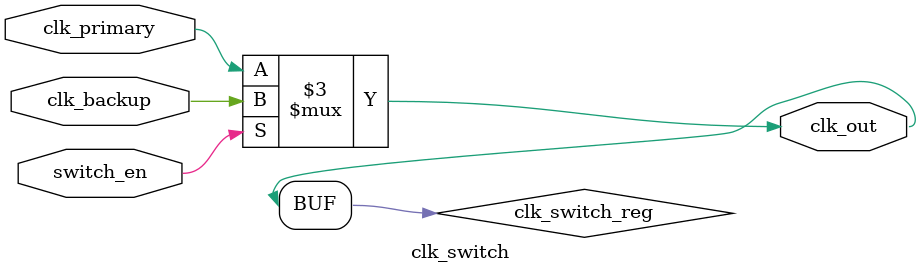
<source format=v>
module clk_switch (
    input  wire clk_primary,
    input  wire clk_backup,
    input  wire switch_en,
    output wire clk_out
);

    reg clk_switch_reg;

    always @(*) begin
        if (switch_en)
            clk_switch_reg = clk_backup;
        else
            clk_switch_reg = clk_primary;
    end

    assign clk_out = clk_switch_reg;

endmodule
</source>
